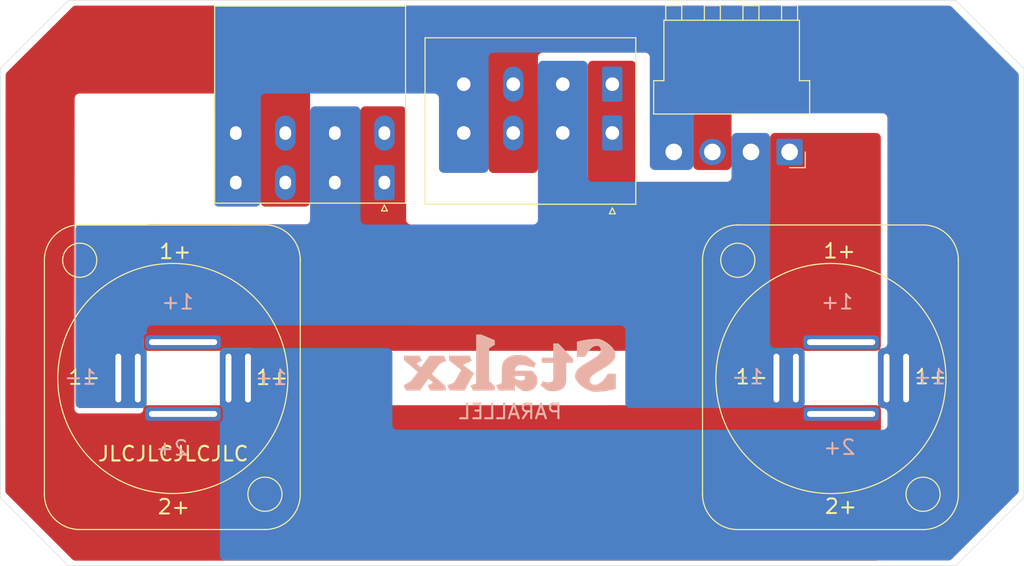
<source format=kicad_pcb>
(kicad_pcb (version 20171130) (host pcbnew 5.1.10-1.fc34)

  (general
    (thickness 1.6)
    (drawings 27)
    (tracks 0)
    (zones 0)
    (modules 6)
    (nets 5)
  )

  (page A4)
  (layers
    (0 F.Cu signal)
    (31 B.Cu signal)
    (32 B.Adhes user)
    (33 F.Adhes user)
    (34 B.Paste user)
    (35 F.Paste user)
    (36 B.SilkS user)
    (37 F.SilkS user)
    (38 B.Mask user)
    (39 F.Mask user)
    (40 Dwgs.User user hide)
    (41 Cmts.User user)
    (42 Eco1.User user)
    (43 Eco2.User user)
    (44 Edge.Cuts user)
    (45 Margin user)
    (46 B.CrtYd user)
    (47 F.CrtYd user)
    (48 B.Fab user)
    (49 F.Fab user)
  )

  (setup
    (last_trace_width 0.25)
    (trace_clearance 0.2)
    (zone_clearance 0.1)
    (zone_45_only no)
    (trace_min 0.2)
    (via_size 0.8)
    (via_drill 0.4)
    (via_min_size 0.4)
    (via_min_drill 0.3)
    (uvia_size 0.3)
    (uvia_drill 0.1)
    (uvias_allowed no)
    (uvia_min_size 0.2)
    (uvia_min_drill 0.1)
    (edge_width 0.05)
    (segment_width 0.2)
    (pcb_text_width 0.3)
    (pcb_text_size 1.5 1.5)
    (mod_edge_width 0.12)
    (mod_text_size 1 1)
    (mod_text_width 0.15)
    (pad_size 2.4 2.4)
    (pad_drill 1.2)
    (pad_to_mask_clearance 0)
    (aux_axis_origin 0 0)
    (visible_elements 7FFFFFFF)
    (pcbplotparams
      (layerselection 0x010fc_ffffffff)
      (usegerberextensions true)
      (usegerberattributes false)
      (usegerberadvancedattributes false)
      (creategerberjobfile false)
      (excludeedgelayer true)
      (linewidth 0.100000)
      (plotframeref false)
      (viasonmask false)
      (mode 1)
      (useauxorigin false)
      (hpglpennumber 1)
      (hpglpenspeed 20)
      (hpglpendiameter 15.000000)
      (psnegative false)
      (psa4output false)
      (plotreference true)
      (plotvalue false)
      (plotinvisibletext false)
      (padsonsilk false)
      (subtractmaskfromsilk true)
      (outputformat 1)
      (mirror false)
      (drillshape 0)
      (scaleselection 1)
      (outputdirectory "LF_gerbers/"))
  )

  (net 0 "")
  (net 1 "Net-(J1-Pad1)")
  (net 2 "Net-(J1-Pad2)")
  (net 3 "Net-(J1-Pad3)")
  (net 4 "Net-(J1-Pad4)")

  (net_class Default "This is the default net class."
    (clearance 0.2)
    (trace_width 0.25)
    (via_dia 0.8)
    (via_drill 0.4)
    (uvia_dia 0.3)
    (uvia_drill 0.1)
    (add_net "Net-(J1-Pad1)")
    (add_net "Net-(J1-Pad2)")
    (add_net "Net-(J1-Pad3)")
    (add_net "Net-(J1-Pad4)")
  )

  (module PassiveFilters:stakx_small_fp (layer B.Cu) (tedit 0) (tstamp 60A9DD82)
    (at 72.38 57.21 180)
    (fp_text reference G*** (at 0 0) (layer Dwgs.User) hide
      (effects (font (size 1.524 1.524) (thickness 0.3)))
    )
    (fp_text value LOGO (at 0.75 0) (layer Dwgs.User) hide
      (effects (font (size 1.524 1.524) (thickness 0.3)))
    )
    (fp_poly (pts (xy -8.687152 2.47545) (xy -8.375268 2.464271) (xy -8.038614 2.434047) (xy -7.691153 2.386815)
      (xy -7.34685 2.324608) (xy -7.019667 2.249462) (xy -6.884678 2.212808) (xy -6.768923 2.179684)
      (xy -6.768923 0.63941) (xy -7.619354 0.63941) (xy -7.692738 0.788238) (xy -7.846922 1.059928)
      (xy -8.028229 1.302067) (xy -8.113947 1.397131) (xy -8.245689 1.525653) (xy -8.366759 1.620488)
      (xy -8.485821 1.687579) (xy -8.597448 1.72887) (xy -8.757321 1.758963) (xy -8.898312 1.752193)
      (xy -9.017325 1.710614) (xy -9.111265 1.636281) (xy -9.177035 1.531249) (xy -9.211542 1.397571)
      (xy -9.216104 1.318283) (xy -9.209823 1.220015) (xy -9.189541 1.127297) (xy -9.152618 1.037619)
      (xy -9.096417 0.94847) (xy -9.018301 0.857341) (xy -8.915631 0.761722) (xy -8.785771 0.659102)
      (xy -8.626083 0.546971) (xy -8.433928 0.422819) (xy -8.20667 0.284136) (xy -8.003645 0.164438)
      (xy -7.753901 0.016628) (xy -7.540172 -0.11511) (xy -7.358667 -0.233688) (xy -7.205598 -0.342014)
      (xy -7.077176 -0.442997) (xy -6.969611 -0.539548) (xy -6.879114 -0.634574) (xy -6.801895 -0.730986)
      (xy -6.761141 -0.78953) (xy -6.677446 -0.929835) (xy -6.623475 -1.058179) (xy -6.594307 -1.189884)
      (xy -6.585039 -1.337828) (xy -6.585839 -1.426584) (xy -6.592395 -1.493812) (xy -6.608629 -1.555291)
      (xy -6.638465 -1.626805) (xy -6.676309 -1.704966) (xy -6.786842 -1.887579) (xy -6.93458 -2.070086)
      (xy -7.112886 -2.247657) (xy -7.315122 -2.415465) (xy -7.534651 -2.568681) (xy -7.764833 -2.702475)
      (xy -7.999032 -2.81202) (xy -8.23061 -2.892486) (xy -8.348496 -2.92138) (xy -8.464223 -2.937961)
      (xy -8.610586 -2.947774) (xy -8.774591 -2.950463) (xy -8.943245 -2.945671) (xy -9.028906 -2.940069)
      (xy -9.320067 -2.912893) (xy -9.612546 -2.878164) (xy -9.896348 -2.837389) (xy -10.161481 -2.792073)
      (xy -10.397951 -2.743723) (xy -10.510945 -2.716695) (xy -10.748698 -2.656171) (xy -10.754492 -1.879301)
      (xy -10.760286 -1.10243) (xy -9.927826 -1.10243) (xy -9.82779 -1.274597) (xy -9.670692 -1.519384)
      (xy -9.504371 -1.730392) (xy -9.330951 -1.906253) (xy -9.152556 -2.045598) (xy -8.971308 -2.14706)
      (xy -8.789332 -2.20927) (xy -8.608751 -2.230859) (xy -8.43169 -2.210459) (xy -8.392054 -2.199793)
      (xy -8.276484 -2.143625) (xy -8.183474 -2.055807) (xy -8.118142 -1.945187) (xy -8.085608 -1.820618)
      (xy -8.090989 -1.690948) (xy -8.092811 -1.682387) (xy -8.117023 -1.598456) (xy -8.152951 -1.523574)
      (xy -8.207281 -1.447572) (xy -8.286699 -1.360282) (xy -8.338671 -1.308479) (xy -8.404863 -1.247297)
      (xy -8.480445 -1.18469) (xy -8.569822 -1.117678) (xy -8.677397 -1.043279) (xy -8.807575 -0.958513)
      (xy -8.964759 -0.860399) (xy -9.153354 -0.745957) (xy -9.293489 -0.662222) (xy -9.513655 -0.529841)
      (xy -9.699674 -0.414548) (xy -9.856418 -0.312887) (xy -9.988761 -0.221404) (xy -10.101575 -0.136641)
      (xy -10.199733 -0.055145) (xy -10.288108 0.026542) (xy -10.343866 0.082678) (xy -10.48353 0.239263)
      (xy -10.586948 0.383973) (xy -10.657463 0.524359) (xy -10.698417 0.667972) (xy -10.713152 0.822364)
      (xy -10.711377 0.913003) (xy -10.698552 1.041001) (xy -10.672353 1.146795) (xy -10.642469 1.221245)
      (xy -10.532685 1.415942) (xy -10.384984 1.609143) (xy -10.205411 1.79593) (xy -10.000013 1.971383)
      (xy -9.774836 2.130582) (xy -9.535928 2.268609) (xy -9.289334 2.380543) (xy -9.161198 2.42644)
      (xy -9.091471 2.447074) (xy -9.024687 2.461171) (xy -8.949934 2.46986) (xy -8.856302 2.474268)
      (xy -8.732878 2.475523) (xy -8.687152 2.47545)) (layer B.SilkS) (width 0.01))
    (fp_poly (pts (xy -4.343576 0.551216) (xy -3.175 0.551216) (xy -3.175 0.022049) (xy -4.343576 0.022049)
      (xy -4.343576 -0.856635) (xy -4.343533 -1.076442) (xy -4.343251 -1.256526) (xy -4.342503 -1.401259)
      (xy -4.341061 -1.515016) (xy -4.338695 -1.60217) (xy -4.335178 -1.667093) (xy -4.330283 -1.714161)
      (xy -4.32378 -1.747746) (xy -4.315441 -1.772222) (xy -4.305039 -1.791962) (xy -4.293892 -1.809045)
      (xy -4.225587 -1.885895) (xy -4.136085 -1.939328) (xy -4.016058 -1.974404) (xy -3.975708 -1.981625)
      (xy -3.792192 -1.99087) (xy -3.589139 -1.963666) (xy -3.421066 -1.917799) (xy -3.346913 -1.895334)
      (xy -3.288865 -1.881322) (xy -3.260335 -1.87876) (xy -3.244619 -1.899938) (xy -3.216634 -1.951142)
      (xy -3.181337 -2.021803) (xy -3.143682 -2.101353) (xy -3.108627 -2.179223) (xy -3.081128 -2.244845)
      (xy -3.06614 -2.287652) (xy -3.064757 -2.295799) (xy -3.081269 -2.313775) (xy -3.127242 -2.354354)
      (xy -3.19733 -2.413065) (xy -3.28619 -2.485434) (xy -3.388475 -2.566991) (xy -3.395428 -2.572477)
      (xy -3.51359 -2.665618) (xy -3.606359 -2.736014) (xy -3.683092 -2.787093) (xy -3.753146 -2.82228)
      (xy -3.825876 -2.845) (xy -3.91064 -2.858681) (xy -4.016794 -2.866749) (xy -4.153695 -2.872629)
      (xy -4.222309 -2.875258) (xy -4.423509 -2.878758) (xy -4.590737 -2.871784) (xy -4.718625 -2.856428)
      (xy -4.952991 -2.803029) (xy -5.151319 -2.725108) (xy -5.315112 -2.621275) (xy -5.445873 -2.490141)
      (xy -5.545106 -2.330317) (xy -5.614316 -2.140414) (xy -5.643666 -2.001718) (xy -5.64874 -1.9481)
      (xy -5.653375 -1.855406) (xy -5.657465 -1.728656) (xy -5.660905 -1.572872) (xy -5.66359 -1.393074)
      (xy -5.665414 -1.194281) (xy -5.666273 -0.981515) (xy -5.666326 -0.920529) (xy -5.666493 0.022049)
      (xy -6.372048 0.022049) (xy -6.372048 0.432226) (xy -4.86878 2.006424) (xy -4.343576 2.006424)
      (xy -4.343576 0.551216)) (layer B.SilkS) (width 0.01))
    (fp_poly (pts (xy -0.486934 0.803824) (xy -0.332493 0.78606) (xy -0.327102 0.785186) (xy -0.050917 0.722837)
      (xy 0.193126 0.632067) (xy 0.404346 0.513385) (xy 0.582058 0.367301) (xy 0.725582 0.194323)
      (xy 0.834232 -0.00504) (xy 0.873892 -0.110243) (xy 0.883933 -0.145009) (xy 0.892326 -0.185643)
      (xy 0.899294 -0.236606) (xy 0.905058 -0.302358) (xy 0.90984 -0.387358) (xy 0.913862 -0.496068)
      (xy 0.917347 -0.632948) (xy 0.920514 -0.802458) (xy 0.923588 -1.009058) (xy 0.925385 -1.145318)
      (xy 0.937066 -2.059127) (xy 1.168577 -2.152829) (xy 1.268268 -2.192963) (xy 1.358555 -2.228924)
      (xy 1.428192 -2.256255) (xy 1.461355 -2.268867) (xy 1.522623 -2.291203) (xy 1.389393 -2.556981)
      (xy 1.256163 -2.822758) (xy 0.435156 -2.816978) (xy -0.38585 -2.811198) (xy -0.389725 -2.55009)
      (xy -0.392101 -2.447369) (xy -0.395689 -2.361749) (xy -0.4 -2.302288) (xy -0.404452 -2.278128)
      (xy -0.424201 -2.287845) (xy -0.473156 -2.321201) (xy -0.546052 -2.374338) (xy -0.637623 -2.443393)
      (xy -0.742606 -2.524507) (xy -0.773894 -2.549016) (xy -0.90644 -2.651889) (xy -1.010918 -2.729721)
      (xy -1.092785 -2.78612) (xy -1.157498 -2.824695) (xy -1.210513 -2.849053) (xy -1.243529 -2.859563)
      (xy -1.385806 -2.881387) (xy -1.560247 -2.88254) (xy -1.760044 -2.86298) (xy -1.761538 -2.862767)
      (xy -1.991935 -2.811192) (xy -2.193339 -2.727137) (xy -2.364606 -2.611712) (xy -2.504593 -2.466027)
      (xy -2.612156 -2.29119) (xy -2.686152 -2.088311) (xy -2.716534 -1.936167) (xy -2.726466 -1.732511)
      (xy -2.696416 -1.5382) (xy -2.684578 -1.506938) (xy -1.447312 -1.506938) (xy -1.431368 -1.605799)
      (xy -1.381234 -1.690417) (xy -1.300761 -1.750562) (xy -1.293691 -1.753765) (xy -1.208142 -1.776057)
      (xy -1.095007 -1.784897) (xy -0.968578 -1.780655) (xy -0.843146 -1.763701) (xy -0.748258 -1.739659)
      (xy -0.647047 -1.703155) (xy -0.552376 -1.663206) (xy -0.472975 -1.624125) (xy -0.417577 -1.590223)
      (xy -0.394911 -1.565814) (xy -0.394808 -1.56508) (xy -0.392959 -1.531778) (xy -0.390567 -1.47128)
      (xy -0.389295 -1.433159) (xy -0.38585 -1.322916) (xy -1.391312 -1.322916) (xy -1.42522 -1.404068)
      (xy -1.447312 -1.506938) (xy -2.684578 -1.506938) (xy -2.625372 -1.350594) (xy -2.51232 -1.167056)
      (xy -2.356249 -0.984949) (xy -2.348274 -0.976821) (xy -2.167657 -0.79375) (xy -0.396875 -0.79375)
      (xy -0.396875 -0.731532) (xy -0.417779 -0.60393) (xy -0.476068 -0.481806) (xy -0.56511 -0.373266)
      (xy -0.678271 -0.286415) (xy -0.807508 -0.229767) (xy -0.947104 -0.204817) (xy -1.119581 -0.201864)
      (xy -1.325983 -0.221038) (xy -1.567358 -0.262471) (xy -1.844751 -0.326294) (xy -2.078566 -0.389361)
      (xy -2.182894 -0.418268) (xy -2.270736 -0.441191) (xy -2.334086 -0.456147) (xy -2.364941 -0.461155)
      (xy -2.366594 -0.460699) (xy -2.378294 -0.43704) (xy -2.402658 -0.383451) (xy -2.435003 -0.310544)
      (xy -2.470647 -0.228931) (xy -2.504905 -0.149224) (xy -2.523689 -0.104718) (xy -2.556641 -0.025852)
      (xy -2.122881 0.323316) (xy -2.000899 0.420627) (xy -1.887074 0.509773) (xy -1.786868 0.586608)
      (xy -1.705739 0.646988) (xy -1.649147 0.686767) (xy -1.625896 0.700674) (xy -1.521195 0.735606)
      (xy -1.381871 0.764801) (xy -1.217095 0.787662) (xy -1.036041 0.803591) (xy -0.847881 0.811993)
      (xy -0.661788 0.812269) (xy -0.486934 0.803824)) (layer B.SilkS) (width 0.01))
    (fp_poly (pts (xy 3.319897 2.927739) (xy 3.560851 2.921441) (xy 3.566456 0.406373) (xy 3.572061 -2.108696)
      (xy 3.842064 -2.192193) (xy 3.945321 -2.224953) (xy 4.033275 -2.254417) (xy 4.097302 -2.277582)
      (xy 4.12878 -2.29145) (xy 4.129988 -2.292372) (xy 4.127407 -2.317204) (xy 4.107618 -2.373279)
      (xy 4.073782 -2.45273) (xy 4.029059 -2.547688) (xy 4.020188 -2.565638) (xy 3.892468 -2.822222)
      (xy 2.783389 -2.822222) (xy 2.526047 -2.822032) (xy 2.30958 -2.821407) (xy 2.130767 -2.820262)
      (xy 1.986387 -2.818514) (xy 1.873219 -2.816079) (xy 1.788043 -2.812872) (xy 1.727637 -2.80881)
      (xy 1.688781 -2.803808) (xy 1.668253 -2.797783) (xy 1.6631 -2.793007) (xy 1.658837 -2.759143)
      (xy 1.656762 -2.692747) (xy 1.657111 -2.60534) (xy 1.65828 -2.55697) (xy 1.664671 -2.350147)
      (xy 2.247159 -1.841059) (xy 2.248959 1.494381) (xy 1.950582 1.686781) (xy 1.652206 1.879181)
      (xy 1.658438 2.110005) (xy 1.664671 2.34083) (xy 2.105643 2.52727) (xy 2.257034 2.591157)
      (xy 2.414702 2.657486) (xy 2.567042 2.721388) (xy 2.702449 2.777995) (xy 2.809321 2.822442)
      (xy 2.812779 2.823873) (xy 3.078942 2.934037) (xy 3.319897 2.927739)) (layer B.SilkS) (width 0.01))
    (fp_poly (pts (xy 6.348286 0.512631) (xy 6.346571 0.275608) (xy 5.721652 -0.219697) (xy 5.557539 -0.350018)
      (xy 5.425023 -0.456008) (xy 5.320958 -0.540495) (xy 5.242198 -0.606303) (xy 5.185598 -0.65626)
      (xy 5.14801 -0.693191) (xy 5.12629 -0.719923) (xy 5.11729 -0.739282) (xy 5.117866 -0.754094)
      (xy 5.120336 -0.759888) (xy 5.136835 -0.789187) (xy 5.172251 -0.850733) (xy 5.223204 -0.938732)
      (xy 5.286312 -1.047388) (xy 5.358192 -1.170907) (xy 5.435464 -1.303493) (xy 5.514744 -1.439351)
      (xy 5.592652 -1.572687) (xy 5.665805 -1.697704) (xy 5.730822 -1.808607) (xy 5.784321 -1.899602)
      (xy 5.82292 -1.964894) (xy 5.843237 -1.998687) (xy 5.843472 -1.999063) (xy 5.873561 -2.021979)
      (xy 5.938893 -2.055866) (xy 6.032905 -2.097673) (xy 6.149033 -2.14435) (xy 6.187573 -2.158985)
      (xy 6.298281 -2.201344) (xy 6.393778 -2.239516) (xy 6.46666 -2.270414) (xy 6.509523 -2.290948)
      (xy 6.517583 -2.296644) (xy 6.512276 -2.322035) (xy 6.489698 -2.378303) (xy 6.453362 -2.457431)
      (xy 6.406782 -2.551404) (xy 6.400821 -2.563005) (xy 6.27283 -2.811198) (xy 5.519795 -2.816997)
      (xy 4.766759 -2.822796) (xy 4.468312 -2.276806) (xy 4.37818 -2.112051) (xy 4.283416 -1.939075)
      (xy 4.189472 -1.767808) (xy 4.101795 -1.60818) (xy 4.025837 -1.470121) (xy 3.981139 -1.389062)
      (xy 3.792412 -1.047309) (xy 3.85302 -0.996939) (xy 3.886143 -0.970525) (xy 3.949113 -0.921335)
      (xy 4.036748 -0.853378) (xy 4.143864 -0.770662) (xy 4.26528 -0.677197) (xy 4.395813 -0.576992)
      (xy 4.405334 -0.569693) (xy 4.89704 -0.192818) (xy 4.680942 -0.089995) (xy 4.559251 -0.032656)
      (xy 4.421086 0.031583) (xy 4.290081 0.091755) (xy 4.247378 0.111145) (xy 4.157733 0.15348)
      (xy 4.084093 0.191659) (xy 4.035243 0.220916) (xy 4.019963 0.234566) (xy 4.025549 0.262888)
      (xy 4.048029 0.321862) (xy 4.083877 0.403055) (xy 4.129567 0.498034) (xy 4.132883 0.504662)
      (xy 4.255751 0.749653) (xy 6.35 0.749653) (xy 6.348286 0.512631)) (layer B.SilkS) (width 0.01))
    (fp_poly (pts (xy 7.617249 0.744432) (xy 8.344904 0.738629) (xy 8.786124 0.149365) (xy 8.891539 0.008994)
      (xy 8.988581 -0.119436) (xy 9.074103 -0.23182) (xy 9.144956 -0.324052) (xy 9.197992 -0.392027)
      (xy 9.230061 -0.431641) (xy 9.238368 -0.440299) (xy 9.257612 -0.426218) (xy 9.302686 -0.387338)
      (xy 9.367388 -0.32917) (xy 9.445519 -0.257222) (xy 9.467958 -0.236293) (xy 9.686523 -0.031886)
      (xy 9.407324 0.097985) (xy 9.306764 0.14524) (xy 9.222293 0.185847) (xy 9.161097 0.216281)
      (xy 9.13036 0.233016) (xy 9.128125 0.234953) (xy 9.137384 0.256212) (xy 9.162695 0.309266)
      (xy 9.200363 0.386484) (xy 9.246693 0.480231) (xy 9.254461 0.495851) (xy 9.380797 0.749653)
      (xy 10.95816 0.749653) (xy 10.95816 0.291545) (xy 10.743186 0.106173) (xy 10.667535 0.040942)
      (xy 10.565577 -0.046968) (xy 10.444405 -0.151443) (xy 10.311112 -0.266366) (xy 10.17279 -0.385623)
      (xy 10.05005 -0.491444) (xy 9.926824 -0.597946) (xy 9.814654 -0.695394) (xy 9.717852 -0.780005)
      (xy 9.640728 -0.847992) (xy 9.587592 -0.89557) (xy 9.562755 -0.918955) (xy 9.561571 -0.920381)
      (xy 9.571732 -0.941576) (xy 9.605636 -0.99279) (xy 9.659874 -1.069301) (xy 9.731034 -1.166383)
      (xy 9.815705 -1.279313) (xy 9.907951 -1.40009) (xy 10.264646 -1.863107) (xy 10.627896 -2.067042)
      (xy 10.742851 -2.131359) (xy 10.844879 -2.188025) (xy 10.927649 -2.233557) (xy 10.984826 -2.264472)
      (xy 11.01008 -2.277286) (xy 11.010239 -2.277342) (xy 11.007909 -2.298134) (xy 10.988304 -2.35077)
      (xy 10.954486 -2.427964) (xy 10.909519 -2.522433) (xy 10.894357 -2.552964) (xy 10.759383 -2.822222)
      (xy 9.328488 -2.822222) (xy 8.896019 -2.215885) (xy 8.793123 -2.072229) (xy 8.698099 -1.940722)
      (xy 8.61401 -1.825518) (xy 8.543921 -1.730766) (xy 8.490897 -1.660618) (xy 8.458001 -1.619225)
      (xy 8.448405 -1.609548) (xy 8.428289 -1.623317) (xy 8.382816 -1.660385) (xy 8.319266 -1.7144)
      (xy 8.244918 -1.779007) (xy 8.167053 -1.847851) (xy 8.09295 -1.914579) (xy 8.029888 -1.972835)
      (xy 8.004971 -1.996609) (xy 7.997037 -2.011128) (xy 8.00623 -2.028224) (xy 8.037654 -2.051251)
      (xy 8.096413 -2.083563) (xy 8.187611 -2.128515) (xy 8.253018 -2.159639) (xy 8.35362 -2.207952)
      (xy 8.43817 -2.250012) (xy 8.499509 -2.282146) (xy 8.530475 -2.300677) (xy 8.532813 -2.303249)
      (xy 8.523527 -2.32617) (xy 8.498146 -2.380696) (xy 8.460382 -2.459034) (xy 8.413947 -2.553392)
      (xy 8.406477 -2.56842) (xy 8.280141 -2.822222) (xy 6.702778 -2.822222) (xy 6.702778 -2.362108)
      (xy 7.094141 -2.023035) (xy 7.230552 -1.904928) (xy 7.379375 -1.776207) (xy 7.529472 -1.646496)
      (xy 7.669704 -1.525422) (xy 7.788934 -1.422607) (xy 7.799785 -1.41326) (xy 8.114065 -1.142558)
      (xy 8.072012 -1.083909) (xy 8.047535 -1.05105) (xy 8.000155 -0.988571) (xy 7.933913 -0.901758)
      (xy 7.85285 -0.795898) (xy 7.761009 -0.676277) (xy 7.668268 -0.555762) (xy 7.306578 -0.086264)
      (xy 6.977117 0.068953) (xy 6.866864 0.121098) (xy 6.771473 0.166598) (xy 6.697699 0.202201)
      (xy 6.652303 0.22465) (xy 6.641004 0.230818) (xy 6.647763 0.251852) (xy 6.670974 0.304678)
      (xy 6.707166 0.381746) (xy 6.752868 0.475509) (xy 6.761972 0.493851) (xy 6.889593 0.750235)
      (xy 7.617249 0.744432)) (layer B.SilkS) (width 0.01))
  )

  (module SpeakON:NL4MP-M3_double_left (layer F.Cu) (tedit 60CB5D2D) (tstamp 60A1853C)
    (at 37.75 55.067)
    (path /60A12A4C)
    (fp_text reference J2 (at -0.14 14.713) (layer Dwgs.User)
      (effects (font (size 1 1) (thickness 0.15)))
    )
    (fp_text value SpeakON_NL4 (at 0 -10.16) (layer Dwgs.User)
      (effects (font (size 1 1) (thickness 0.15)))
    )
    (fp_circle (center -9.6 -8.4) (end -7.85 -8.4) (layer F.SilkS) (width 0.12))
    (fp_circle (center -0.0492 3.727) (end 11.7508 3.727) (layer F.SilkS) (width 0.12))
    (fp_line (start 13.4 19.6) (end 13.4 -12.4) (layer F.CrtYd) (width 0.05))
    (fp_line (start -13.6 -12.4) (end 13.4 -12.4) (layer F.CrtYd) (width 0.05))
    (fp_circle (center -0.0492 3.727) (end 11.7508 3.727) (layer F.Fab) (width 0.1))
    (fp_line (start -13.6 19.6) (end 13.4 19.6) (layer F.CrtYd) (width 0.05))
    (fp_line (start -9.72 19.22) (end 9.52 19.22) (layer F.SilkS) (width 0.12))
    (fp_line (start -13.1 15.6) (end -13.1 -8.4) (layer F.Fab) (width 0.1))
    (fp_line (start 13.02 15.72) (end 13.02 -8.52) (layer F.SilkS) (width 0.12))
    (fp_line (start -13.6 19.6) (end -13.6 -12.4) (layer F.CrtYd) (width 0.05))
    (fp_line (start -9.72 -12.02) (end 9.52 -12.02) (layer F.SilkS) (width 0.12))
    (fp_line (start -9.6 -11.9) (end 9.4 -11.9) (layer F.Fab) (width 0.1))
    (fp_circle (center 9.4 15.6) (end 7.65 15.6) (layer F.Fab) (width 0.1))
    (fp_line (start -13.22 15.72) (end -13.22 -8.52) (layer F.SilkS) (width 0.12))
    (fp_circle (center 9.4 15.6) (end 11.15 15.6) (layer F.SilkS) (width 0.12))
    (fp_circle (center -9.6 -8.4) (end -7.85 -8.4) (layer F.Fab) (width 0.1))
    (fp_line (start 12.9 15.6) (end 12.9 -8.4) (layer F.Fab) (width 0.1))
    (fp_line (start -9.6 19.1) (end 9.4 19.1) (layer F.Fab) (width 0.1))
    (fp_text user J1 (at 0 3.7) (layer Dwgs.User)
      (effects (font (size 1 1) (thickness 0.15)))
    )
    (fp_arc (start 9.4 -8.4) (end 9.52 -12.02) (angle 90) (layer F.SilkS) (width 0.12))
    (fp_arc (start -9.6 15.6) (end -9.72 19.22) (angle 90) (layer F.SilkS) (width 0.12))
    (fp_arc (start 9.4 -8.4) (end 9.4 -11.9) (angle 90) (layer F.Fab) (width 0.1))
    (fp_arc (start -9.6 -8.4) (end -13.22 -8.52) (angle 90) (layer F.SilkS) (width 0.12))
    (fp_arc (start -9.6 15.6) (end -9.6 19.1) (angle 90) (layer F.Fab) (width 0.1))
    (fp_arc (start 9.4 15.6) (end 13.02 15.72) (angle 90) (layer F.SilkS) (width 0.12))
    (fp_arc (start -9.6 -8.4) (end -13.1 -8.4) (angle 90) (layer F.Fab) (width 0.1))
    (fp_arc (start 9.4 15.6) (end 12.9 15.6) (angle 90) (layer F.Fab) (width 0.1))
    (pad 2- thru_hole roundrect (at 5.66 3.68 180) (size 3.4 5.75) (drill oval 0.6 5 (offset -1 0)) (layers *.Cu *.Mask) (roundrect_rratio 0.1)
      (net 4 "Net-(J1-Pad4)"))
    (pad 1- thru_hole roundrect (at -5.64 3.68 180) (size 3.4 5.75) (drill oval 0.6 5 (offset -1 0)) (layers *.Cu *.Mask) (roundrect_rratio 0.1)
      (net 2 "Net-(J1-Pad2)"))
    (pad 1- thru_hole roundrect (at -3.6388 3.683 180) (size 1.4 5.75) (drill oval 0.6 5) (layers *.Cu *.Mask) (roundrect_rratio 0.25)
      (net 2 "Net-(J1-Pad2)"))
    (pad 2- thru_hole roundrect (at 7.66 3.68 180) (size 1.4 5.75) (drill oval 0.6 5) (layers *.Cu *.Mask) (roundrect_rratio 0.25)
      (net 4 "Net-(J1-Pad4)"))
    (pad 1+ thru_hole roundrect (at 1 0 90) (size 1.4 7.75) (drill oval 0.6 7) (layers *.Cu *.Mask) (roundrect_rratio 0.25)
      (net 1 "Net-(J1-Pad1)"))
    (pad 2+ thru_hole roundrect (at 1 7.366 270) (size 1.4 7.75) (drill oval 0.6 7) (layers *.Cu *.Mask) (roundrect_rratio 0.25)
      (net 3 "Net-(J1-Pad3)"))
  )

  (module SpeakON:NL4MP-M3_double_left (layer F.Cu) (tedit 60CB5D2D) (tstamp 60CBC401)
    (at 105.25 55.07)
    (path /60A1999A)
    (fp_text reference J4 (at 0 17.78) (layer Dwgs.User)
      (effects (font (size 1 1) (thickness 0.15)))
    )
    (fp_text value SpeakON_NL4 (at 0 -10.16) (layer Dwgs.User)
      (effects (font (size 1 1) (thickness 0.15)))
    )
    (fp_circle (center -9.6 -8.4) (end -7.85 -8.4) (layer F.SilkS) (width 0.12))
    (fp_circle (center -0.0492 3.727) (end 11.7508 3.727) (layer F.SilkS) (width 0.12))
    (fp_line (start 13.4 19.6) (end 13.4 -12.4) (layer F.CrtYd) (width 0.05))
    (fp_line (start -13.6 -12.4) (end 13.4 -12.4) (layer F.CrtYd) (width 0.05))
    (fp_circle (center -0.0492 3.727) (end 11.7508 3.727) (layer F.Fab) (width 0.1))
    (fp_line (start -13.6 19.6) (end 13.4 19.6) (layer F.CrtYd) (width 0.05))
    (fp_line (start -9.72 19.22) (end 9.52 19.22) (layer F.SilkS) (width 0.12))
    (fp_line (start -13.1 15.6) (end -13.1 -8.4) (layer F.Fab) (width 0.1))
    (fp_line (start 13.02 15.72) (end 13.02 -8.52) (layer F.SilkS) (width 0.12))
    (fp_line (start -13.6 19.6) (end -13.6 -12.4) (layer F.CrtYd) (width 0.05))
    (fp_line (start -9.72 -12.02) (end 9.52 -12.02) (layer F.SilkS) (width 0.12))
    (fp_line (start -9.6 -11.9) (end 9.4 -11.9) (layer F.Fab) (width 0.1))
    (fp_circle (center 9.4 15.6) (end 7.65 15.6) (layer F.Fab) (width 0.1))
    (fp_line (start -13.22 15.72) (end -13.22 -8.52) (layer F.SilkS) (width 0.12))
    (fp_circle (center 9.4 15.6) (end 11.15 15.6) (layer F.SilkS) (width 0.12))
    (fp_circle (center -9.6 -8.4) (end -7.85 -8.4) (layer F.Fab) (width 0.1))
    (fp_line (start 12.9 15.6) (end 12.9 -8.4) (layer F.Fab) (width 0.1))
    (fp_line (start -9.6 19.1) (end 9.4 19.1) (layer F.Fab) (width 0.1))
    (fp_text user J1 (at 0 3.7) (layer Dwgs.User)
      (effects (font (size 1 1) (thickness 0.15)))
    )
    (fp_arc (start 9.4 -8.4) (end 9.52 -12.02) (angle 90) (layer F.SilkS) (width 0.12))
    (fp_arc (start -9.6 15.6) (end -9.72 19.22) (angle 90) (layer F.SilkS) (width 0.12))
    (fp_arc (start 9.4 -8.4) (end 9.4 -11.9) (angle 90) (layer F.Fab) (width 0.1))
    (fp_arc (start -9.6 -8.4) (end -13.22 -8.52) (angle 90) (layer F.SilkS) (width 0.12))
    (fp_arc (start -9.6 15.6) (end -9.6 19.1) (angle 90) (layer F.Fab) (width 0.1))
    (fp_arc (start 9.4 15.6) (end 13.02 15.72) (angle 90) (layer F.SilkS) (width 0.12))
    (fp_arc (start -9.6 -8.4) (end -13.1 -8.4) (angle 90) (layer F.Fab) (width 0.1))
    (fp_arc (start 9.4 15.6) (end 12.9 15.6) (angle 90) (layer F.Fab) (width 0.1))
    (pad 2- thru_hole roundrect (at 5.66 3.68 180) (size 3.4 5.75) (drill oval 0.6 5 (offset -1 0)) (layers *.Cu *.Mask) (roundrect_rratio 0.1)
      (net 4 "Net-(J1-Pad4)"))
    (pad 1- thru_hole roundrect (at -5.64 3.68 180) (size 3.4 5.75) (drill oval 0.6 5 (offset -1 0)) (layers *.Cu *.Mask) (roundrect_rratio 0.1)
      (net 2 "Net-(J1-Pad2)"))
    (pad 1- thru_hole roundrect (at -3.6388 3.683 180) (size 1.4 5.75) (drill oval 0.6 5) (layers *.Cu *.Mask) (roundrect_rratio 0.25)
      (net 2 "Net-(J1-Pad2)"))
    (pad 2- thru_hole roundrect (at 7.66 3.68 180) (size 1.4 5.75) (drill oval 0.6 5) (layers *.Cu *.Mask) (roundrect_rratio 0.25)
      (net 4 "Net-(J1-Pad4)"))
    (pad 1+ thru_hole roundrect (at 1 0 90) (size 1.4 7.75) (drill oval 0.6 7) (layers *.Cu *.Mask) (roundrect_rratio 0.25)
      (net 1 "Net-(J1-Pad1)"))
    (pad 2+ thru_hole roundrect (at 1 7.366 270) (size 1.4 7.75) (drill oval 0.6 7) (layers *.Cu *.Mask) (roundrect_rratio 0.25)
      (net 3 "Net-(J1-Pad3)"))
  )

  (module Connector_JST:JST_VH_B4PS-VH_1x04_P3.96mm_Horizontal (layer F.Cu) (tedit 5B774C02) (tstamp 60D9FAAE)
    (at 100.96 35.56 180)
    (descr "JST VH series connector, B4PS-VH (http://www.jst-mfg.com/product/pdf/eng/eVH.pdf), generated with kicad-footprint-generator")
    (tags "connector JST VH top entry")
    (path /60D74A76)
    (fp_text reference J1 (at 5.94 -2.55) (layer Dwgs.User)
      (effects (font (size 1 1) (thickness 0.15)))
    )
    (fp_text value c1 (at 5.94 16.1) (layer Dwgs.User)
      (effects (font (size 1 1) (thickness 0.15)))
    )
    (fp_line (start -1.61 -1.61) (end -1.61 0) (layer F.SilkS) (width 0.12))
    (fp_line (start 0 -1.61) (end -1.61 -1.61) (layer F.SilkS) (width 0.12))
    (fp_line (start 12.7 15.01) (end 12.7 13.51) (layer F.SilkS) (width 0.12))
    (fp_line (start 11.06 15.01) (end 12.7 15.01) (layer F.SilkS) (width 0.12))
    (fp_line (start 11.06 13.51) (end 11.06 15.01) (layer F.SilkS) (width 0.12))
    (fp_line (start 8.74 15.01) (end 8.74 13.51) (layer F.SilkS) (width 0.12))
    (fp_line (start 7.1 15.01) (end 8.74 15.01) (layer F.SilkS) (width 0.12))
    (fp_line (start 7.1 13.51) (end 7.1 15.01) (layer F.SilkS) (width 0.12))
    (fp_line (start 4.78 15.01) (end 4.78 13.51) (layer F.SilkS) (width 0.12))
    (fp_line (start 3.14 15.01) (end 4.78 15.01) (layer F.SilkS) (width 0.12))
    (fp_line (start 3.14 13.51) (end 3.14 15.01) (layer F.SilkS) (width 0.12))
    (fp_line (start 0.82 15.01) (end 0.82 13.51) (layer F.SilkS) (width 0.12))
    (fp_line (start -0.82 15.01) (end 0.82 15.01) (layer F.SilkS) (width 0.12))
    (fp_line (start -0.82 13.51) (end -0.82 15.01) (layer F.SilkS) (width 0.12))
    (fp_line (start -2.06 7.31) (end -2.06 3.89) (layer F.SilkS) (width 0.12))
    (fp_line (start -1.01 7.31) (end -2.06 7.31) (layer F.SilkS) (width 0.12))
    (fp_line (start -1.01 13.51) (end -1.01 7.31) (layer F.SilkS) (width 0.12))
    (fp_line (start 12.89 13.51) (end -1.01 13.51) (layer F.SilkS) (width 0.12))
    (fp_line (start 12.89 7.31) (end 12.89 13.51) (layer F.SilkS) (width 0.12))
    (fp_line (start 13.94 7.31) (end 12.89 7.31) (layer F.SilkS) (width 0.12))
    (fp_line (start 13.94 3.89) (end 13.94 7.31) (layer F.SilkS) (width 0.12))
    (fp_line (start -2.06 3.89) (end 13.94 3.89) (layer F.SilkS) (width 0.12))
    (fp_line (start 14.33 -1.85) (end -2.45 -1.85) (layer F.CrtYd) (width 0.05))
    (fp_line (start 14.33 15.4) (end 14.33 -1.85) (layer F.CrtYd) (width 0.05))
    (fp_line (start -2.45 15.4) (end 14.33 15.4) (layer F.CrtYd) (width 0.05))
    (fp_line (start -2.45 -1.85) (end -2.45 15.4) (layer F.CrtYd) (width 0.05))
    (fp_line (start 12.58 14.9) (end 12.58 13.4) (layer F.Fab) (width 0.1))
    (fp_line (start 11.18 14.9) (end 12.58 14.9) (layer F.Fab) (width 0.1))
    (fp_line (start 11.18 13.4) (end 11.18 14.9) (layer F.Fab) (width 0.1))
    (fp_line (start 12.58 0) (end 12.58 4) (layer F.Fab) (width 0.1))
    (fp_line (start 11.18 0) (end 12.58 0) (layer F.Fab) (width 0.1))
    (fp_line (start 11.18 4) (end 11.18 0) (layer F.Fab) (width 0.1))
    (fp_line (start 8.62 14.9) (end 8.62 13.4) (layer F.Fab) (width 0.1))
    (fp_line (start 7.22 14.9) (end 8.62 14.9) (layer F.Fab) (width 0.1))
    (fp_line (start 7.22 13.4) (end 7.22 14.9) (layer F.Fab) (width 0.1))
    (fp_line (start 8.62 0) (end 8.62 4) (layer F.Fab) (width 0.1))
    (fp_line (start 7.22 0) (end 8.62 0) (layer F.Fab) (width 0.1))
    (fp_line (start 7.22 4) (end 7.22 0) (layer F.Fab) (width 0.1))
    (fp_line (start 4.66 14.9) (end 4.66 13.4) (layer F.Fab) (width 0.1))
    (fp_line (start 3.26 14.9) (end 4.66 14.9) (layer F.Fab) (width 0.1))
    (fp_line (start 3.26 13.4) (end 3.26 14.9) (layer F.Fab) (width 0.1))
    (fp_line (start 4.66 0) (end 4.66 4) (layer F.Fab) (width 0.1))
    (fp_line (start 3.26 0) (end 4.66 0) (layer F.Fab) (width 0.1))
    (fp_line (start 3.26 4) (end 3.26 0) (layer F.Fab) (width 0.1))
    (fp_line (start 0.7 14.9) (end 0.7 13.4) (layer F.Fab) (width 0.1))
    (fp_line (start -0.7 14.9) (end 0.7 14.9) (layer F.Fab) (width 0.1))
    (fp_line (start -0.7 13.4) (end -0.7 14.9) (layer F.Fab) (width 0.1))
    (fp_line (start 0.7 0) (end 0.7 4) (layer F.Fab) (width 0.1))
    (fp_line (start -0.7 0) (end 0.7 0) (layer F.Fab) (width 0.1))
    (fp_line (start -0.7 4) (end -0.7 0) (layer F.Fab) (width 0.1))
    (fp_line (start 0 4.8) (end 0.8 4) (layer F.Fab) (width 0.1))
    (fp_line (start -0.8 4) (end 0 4.8) (layer F.Fab) (width 0.1))
    (fp_line (start -1.95 4) (end -0.9 4) (layer F.Fab) (width 0.1))
    (fp_line (start -1.95 7.2) (end -1.95 4) (layer F.Fab) (width 0.1))
    (fp_line (start -0.9 7.2) (end -1.95 7.2) (layer F.Fab) (width 0.1))
    (fp_line (start 13.83 7.2) (end 12.78 7.2) (layer F.Fab) (width 0.1))
    (fp_line (start 13.83 4) (end 13.83 7.2) (layer F.Fab) (width 0.1))
    (fp_line (start 12.78 4) (end 13.83 4) (layer F.Fab) (width 0.1))
    (fp_line (start 12.78 4) (end -0.9 4) (layer F.Fab) (width 0.1))
    (fp_line (start 12.78 13.4) (end 12.78 4) (layer F.Fab) (width 0.1))
    (fp_line (start -0.9 13.4) (end 12.78 13.4) (layer F.Fab) (width 0.1))
    (fp_line (start -0.9 4) (end -0.9 13.4) (layer F.Fab) (width 0.1))
    (fp_text user %R (at 5.94 9.45) (layer Dwgs.User)
      (effects (font (size 1 1) (thickness 0.15)))
    )
    (pad 1 thru_hole roundrect (at 0 0 180) (size 2.7 2.7) (drill 1.7) (layers *.Cu *.Mask) (roundrect_rratio 0.09259299999999999)
      (net 1 "Net-(J1-Pad1)"))
    (pad 2 thru_hole circle (at 3.96 0 180) (size 2.7 2.7) (drill 1.7) (layers *.Cu *.Mask)
      (net 2 "Net-(J1-Pad2)"))
    (pad 3 thru_hole circle (at 7.92 0 180) (size 2.7 2.7) (drill 1.7) (layers *.Cu *.Mask)
      (net 3 "Net-(J1-Pad3)"))
    (pad 4 thru_hole circle (at 11.88 0 180) (size 2.7 2.7) (drill 1.7) (layers *.Cu *.Mask)
      (net 4 "Net-(J1-Pad4)"))
    (model ${KISYS3DMOD}/Connector_JST.3dshapes/JST_VH_B4PS-VH_1x04_P3.96mm_Horizontal.wrl
      (at (xyz 0 0 0))
      (scale (xyz 1 1 1))
      (rotate (xyz 0 0 0))
    )
  )

  (module RES:Phoenix_ZFKDSA_2,5_5,08_4 (layer F.Cu) (tedit 5FDA3013) (tstamp 60D9FBAC)
    (at 82.78 28.61 180)
    (path /60D75083)
    (fp_text reference J5 (at 8.36 -13.208) (layer Dwgs.User)
      (effects (font (size 1 1) (thickness 0.15)))
    )
    (fp_text value c3 (at 8.36 5.842) (layer Dwgs.User)
      (effects (font (size 1 1) (thickness 0.15)))
    )
    (fp_line (start 0.95 -2) (end 0 -0.5) (layer F.Fab) (width 0.1))
    (fp_line (start 0 -0.5) (end -0.95 -2) (layer F.Fab) (width 0.1))
    (fp_line (start -2.3 -12.2) (end -2.3 4.65) (layer F.Fab) (width 0.1))
    (fp_line (start 19.21 -12.31) (end -2.41 -12.31) (layer F.SilkS) (width 0.12))
    (fp_line (start 19.6 -12.59) (end -2.8 -12.59) (layer F.CrtYd) (width 0.05))
    (fp_line (start -2.8 -12.59) (end -2.8 5.15) (layer F.CrtYd) (width 0.05))
    (fp_line (start -0.3 -13.2948) (end 0.3 -13.2948) (layer F.SilkS) (width 0.12))
    (fp_line (start 0 -5.5) (end -0.95 -7) (layer F.Fab) (width 0.1))
    (fp_line (start 19.1 4.65) (end 19.1 -12.2) (layer F.Fab) (width 0.1))
    (fp_line (start -2.41 -12.31) (end -2.41 4.76) (layer F.SilkS) (width 0.12))
    (fp_line (start 19.21 4.76) (end 19.21 -12.31) (layer F.SilkS) (width 0.12))
    (fp_line (start 0.3 -13.2948) (end 0 -12.6948) (layer F.SilkS) (width 0.12))
    (fp_line (start -2.41 4.76) (end 19.21 4.76) (layer F.SilkS) (width 0.12))
    (fp_line (start -2.8 5.15) (end 19.6 5.15) (layer F.CrtYd) (width 0.05))
    (fp_line (start 0 -12.6948) (end -0.3 -13.2948) (layer F.SilkS) (width 0.12))
    (fp_line (start 19.1 -12.2) (end -2.3 -12.2) (layer F.Fab) (width 0.1))
    (fp_line (start 0.95 -7) (end 0 -5.5) (layer F.Fab) (width 0.1))
    (fp_line (start -2.3 4.65) (end 19.1 4.65) (layer F.Fab) (width 0.1))
    (fp_line (start 19.6 5.15) (end 19.6 -12.59) (layer F.CrtYd) (width 0.05))
    (pad 3 thru_hole oval (at 10.16 -5 180) (size 2.08 3.6) (drill 1.4) (layers *.Cu *.Mask)
      (net 3 "Net-(J1-Pad3)"))
    (pad 4 thru_hole oval (at 15.24 -5 180) (size 2.08 3.6) (drill 1.4) (layers *.Cu *.Mask)
      (net 4 "Net-(J1-Pad4)"))
    (pad 2 thru_hole oval (at 5.08 -5 180) (size 2.08 3.6) (drill 1.4) (layers *.Cu *.Mask)
      (net 2 "Net-(J1-Pad2)"))
    (pad 1 thru_hole roundrect (at 0 -5 180) (size 2.08 3.6) (drill 1.4) (layers *.Cu *.Mask) (roundrect_rratio 0.120192)
      (net 1 "Net-(J1-Pad1)"))
    (pad 1 thru_hole roundrect (at 0 0 180) (size 2.08 3.6) (drill 1.4) (layers *.Cu *.Mask) (roundrect_rratio 0.120192)
      (net 1 "Net-(J1-Pad1)"))
    (pad 4 thru_hole oval (at 15.24 0 180) (size 2.08 3.6) (drill 1.4) (layers *.Cu *.Mask)
      (net 4 "Net-(J1-Pad4)"))
    (pad 2 thru_hole oval (at 5.08 0 180) (size 2.08 3.6) (drill 1.4) (layers *.Cu *.Mask)
      (net 2 "Net-(J1-Pad2)"))
    (pad 3 thru_hole oval (at 10.16 0 180) (size 2.08 3.6) (drill 1.4) (layers *.Cu *.Mask)
      (net 3 "Net-(J1-Pad3)"))
  )

  (module RES:Faston_01x04_P5.08mm_D5.08mm (layer F.Cu) (tedit 60D99579) (tstamp 60D9FB56)
    (at 59.4 38.7 180)
    (path /60D64EBB)
    (fp_text reference J3 (at 8.1 -3.2) (layer Dwgs.User)
      (effects (font (size 1 1) (thickness 0.15)))
    )
    (fp_text value c2 (at 7.6 19.4) (layer Dwgs.User)
      (effects (font (size 1 1) (thickness 0.15)))
    )
    (fp_line (start -2.17 -2.11) (end -2.17 18.11) (layer F.SilkS) (width 0.12))
    (fp_line (start 17.41 -2.11) (end -2.17 -2.11) (layer F.SilkS) (width 0.12))
    (fp_line (start -2.06 -2) (end -2.06 18) (layer F.Fab) (width 0.1))
    (fp_line (start -2.17 18.11) (end 17.41 18.11) (layer F.SilkS) (width 0.12))
    (fp_line (start -2.56 18.5) (end 17.8 18.5) (layer F.CrtYd) (width 0.05))
    (fp_line (start 0.95 -2) (end 0 -0.5) (layer F.Fab) (width 0.1))
    (fp_line (start 17.8 18.5) (end 17.8 -2.5) (layer F.CrtYd) (width 0.05))
    (fp_line (start 17.3 -2) (end -2.06 -2) (layer F.Fab) (width 0.1))
    (fp_line (start 0 -2.31) (end -0.3 -2.91) (layer F.SilkS) (width 0.12))
    (fp_line (start -2.06 18) (end 17.3 18) (layer F.Fab) (width 0.1))
    (fp_line (start 17.8 -2.5) (end -2.56 -2.5) (layer F.CrtYd) (width 0.05))
    (fp_line (start -0.3 -2.91) (end 0.3 -2.91) (layer F.SilkS) (width 0.12))
    (fp_line (start 0 -0.5) (end -0.95 -2) (layer F.Fab) (width 0.1))
    (fp_line (start -2.56 -2.5) (end -2.56 18.5) (layer F.CrtYd) (width 0.05))
    (fp_line (start 17.3 18) (end 17.3 -2) (layer F.Fab) (width 0.1))
    (fp_line (start 17.41 18.11) (end 17.41 -2.11) (layer F.SilkS) (width 0.12))
    (fp_line (start 0.3 -2.91) (end 0 -2.31) (layer F.SilkS) (width 0.12))
    (pad 3 thru_hole oval (at 10.16 5.08 180) (size 2.1 3.6) (drill oval 1.2 1.4) (layers *.Cu *.Mask)
      (net 3 "Net-(J1-Pad3)"))
    (pad 4 thru_hole oval (at 15.24 5.08 180) (size 2.1 3.6) (drill oval 1.2 1.4) (layers *.Cu *.Mask)
      (net 4 "Net-(J1-Pad4)"))
    (pad 4 thru_hole oval (at 15.24 0 180) (size 2.1 3.6) (drill oval 1.2 1.4) (layers *.Cu *.Mask)
      (net 4 "Net-(J1-Pad4)"))
    (pad 1 thru_hole roundrect (at 0 0 180) (size 2.1 3.6) (drill oval 1.2 1.4) (layers *.Cu *.Mask) (roundrect_rratio 0.119)
      (net 1 "Net-(J1-Pad1)"))
    (pad 2 thru_hole oval (at 5.08 5.08 180) (size 2.1 3.6) (drill oval 1.2 1.4) (layers *.Cu *.Mask)
      (net 2 "Net-(J1-Pad2)"))
    (pad 1 thru_hole oval (at 0 5.08 180) (size 2.1 3.6) (drill oval 1.2 1.4) (layers *.Cu *.Mask)
      (net 1 "Net-(J1-Pad1)"))
    (pad 2 thru_hole oval (at 5.08 0 180) (size 2.1 3.6) (drill oval 1.2 1.4) (layers *.Cu *.Mask)
      (net 2 "Net-(J1-Pad2)"))
    (pad 3 thru_hole oval (at 10.16 0 180) (size 2.1 3.6) (drill oval 1.2 1.4) (layers *.Cu *.Mask)
      (net 3 "Net-(J1-Pad3)"))
  )

  (gr_text PARALLEL (at 72.32 62.19) (layer B.SilkS)
    (effects (font (size 1.5 1.5) (thickness 0.22)) (justify mirror))
  )
  (gr_text 2+ (at 106.22 71.91) (layer F.SilkS) (tstamp 60CBB1CC)
    (effects (font (size 1.5 1.5) (thickness 0.2)))
  )
  (gr_text 2+ (at 106.07 65.85) (layer B.SilkS) (tstamp 60CBB1CE)
    (effects (font (size 1.5 1.5) (thickness 0.2)) (justify mirror))
  )
  (gr_text 1- (at 96.65 58.62) (layer B.SilkS) (tstamp 60CBB1D0)
    (effects (font (size 1.5 1.5) (thickness 0.2)) (justify mirror))
  )
  (gr_text 1- (at 97.09 58.63) (layer F.SilkS) (tstamp 60CBB1CD)
    (effects (font (size 1.5 1.5) (thickness 0.2)))
  )
  (gr_circle (center 71.33 55.91) (end 82.33 55.91) (layer Dwgs.User) (width 0.12) (tstamp 60CBEEA4))
  (gr_text 1+ (at 37.96 45.77) (layer F.SilkS) (tstamp 60CBB1D2)
    (effects (font (size 1.5 1.5) (thickness 0.2)))
  )
  (gr_text 1+ (at 47.78 58.69) (layer B.SilkS) (tstamp 60CBB1D1)
    (effects (font (size 1.5 1.5) (thickness 0.2)) (justify mirror))
  )
  (gr_text 1- (at 28.22 58.66) (layer B.SilkS) (tstamp 60CBB1D0)
    (effects (font (size 1.5 1.5) (thickness 0.2)) (justify mirror))
  )
  (gr_text 1+ (at 38.19 50.95) (layer B.SilkS) (tstamp 60CBB1CF)
    (effects (font (size 1.5 1.5) (thickness 0.2)) (justify mirror))
  )
  (gr_text 2+ (at 37.6 65.93) (layer B.SilkS) (tstamp 60CBB1CE)
    (effects (font (size 1.5 1.5) (thickness 0.2)) (justify mirror))
  )
  (gr_text 1- (at 28.63 58.66) (layer F.SilkS) (tstamp 60CBB1CD)
    (effects (font (size 1.5 1.5) (thickness 0.2)))
  )
  (gr_text 2+ (at 37.8 71.96) (layer F.SilkS) (tstamp 60CBB1CC)
    (effects (font (size 1.5 1.5) (thickness 0.2)))
  )
  (gr_text 1+ (at 47.9 58.69) (layer F.SilkS) (tstamp 60CBB1CB)
    (effects (font (size 1.5 1.5) (thickness 0.2)))
  )
  (gr_text 1+ (at 106.09 45.71) (layer F.SilkS) (tstamp 60CBB1D2)
    (effects (font (size 1.5 1.5) (thickness 0.2)))
  )
  (gr_text 1+ (at 115.32 58.62) (layer B.SilkS) (tstamp 60CBB1D1)
    (effects (font (size 1.5 1.5) (thickness 0.2)) (justify mirror))
  )
  (gr_text 1+ (at 105.83 50.94) (layer B.SilkS) (tstamp 60CBB1CF)
    (effects (font (size 1.5 1.5) (thickness 0.2)) (justify mirror))
  )
  (gr_text 1+ (at 115.46 58.61) (layer F.SilkS) (tstamp 60CBB1CB)
    (effects (font (size 1.5 1.5) (thickness 0.2)))
  )
  (gr_text JLCJLCJLCJLC (at 37.74 66.52) (layer F.SilkS) (tstamp 60A96471)
    (effects (font (size 1.5 1.5) (thickness 0.22)))
  )
  (gr_line (start 118 78) (end 125 71) (layer Edge.Cuts) (width 0.05) (tstamp 60A18763))
  (gr_line (start 27 78) (end 20 71) (layer Edge.Cuts) (width 0.05) (tstamp 60A18762))
  (gr_line (start 20 27) (end 27 20) (layer Edge.Cuts) (width 0.05) (tstamp 60A1832F))
  (gr_line (start 20 27) (end 20 71) (layer Edge.Cuts) (width 0.05))
  (gr_line (start 118 78) (end 27 78) (layer Edge.Cuts) (width 0.05))
  (gr_line (start 125 27) (end 125 71) (layer Edge.Cuts) (width 0.05))
  (gr_line (start 118 20) (end 125 27) (layer Edge.Cuts) (width 0.05))
  (gr_line (start 27 20) (end 118 20) (layer Edge.Cuts) (width 0.05))

  (zone (net 4) (net_name "Net-(J1-Pad4)") (layer B.Cu) (tstamp 60CBD9CF) (hatch edge 0.508)
    (connect_pads yes (clearance 0.1))
    (min_thickness 0.254)
    (fill yes (arc_segments 32) (thermal_gap 0.508) (thermal_bridge_width 0.508) (smoothing fillet) (radius 0.5))
    (polygon
      (pts
        (xy 60.22 64.06) (xy 111 64.06) (xy 111 61.84) (xy 110.02 61.84) (xy 110.02 55.68)
        (xy 110.993551 55.669999) (xy 110.995 31.6) (xy 91.085 31.6) (xy 91.07 37.41) (xy 86.625 37.41)
        (xy 86.62 25.37) (xy 70.08 25.37) (xy 70.08 37.71) (xy 65 37.71) (xy 65 29.57)
        (xy 46.700182 29.57) (xy 46.699819 41.17) (xy 41.920364 41.17) (xy 41.919274 20.55) (xy 117.47 20.55)
        (xy 124.47 27.53) (xy 124.47 70.47) (xy 117.46 77.46) (xy 42.52 77.46) (xy 42.52 55.68)
        (xy 60.22 55.68)
      )
    )
    (filled_polygon
      (pts
        (xy 117.359397 20.690717) (xy 117.448957 20.727739) (xy 117.53257 20.79174) (xy 124.227466 27.467508) (xy 124.291898 27.55127)
        (xy 124.329181 27.641099) (xy 124.343 27.745869) (xy 124.343 70.254132) (xy 124.329181 70.358901) (xy 124.291896 70.448733)
        (xy 124.22747 70.532489) (xy 117.522565 77.218263) (xy 117.438961 77.282258) (xy 117.349395 77.319282) (xy 117.245006 77.333)
        (xy 43.028328 77.333) (xy 42.923743 77.319231) (xy 42.834045 77.282077) (xy 42.757024 77.222976) (xy 42.697923 77.145955)
        (xy 42.660769 77.056257) (xy 42.647 76.951672) (xy 42.647 63.349893) (xy 42.652 63.34722) (xy 42.75483 63.26283)
        (xy 42.83922 63.16) (xy 42.901928 63.042682) (xy 42.940543 62.915385) (xy 42.953582 62.783) (xy 42.953582 62.083)
        (xy 42.940543 61.950615) (xy 42.901928 61.823318) (xy 42.83922 61.706) (xy 42.75483 61.60317) (xy 42.652 61.51878)
        (xy 42.647 61.516107) (xy 42.647 56.188328) (xy 42.660769 56.083743) (xy 42.697923 55.994045) (xy 42.757024 55.917024)
        (xy 42.834045 55.857923) (xy 42.923743 55.820769) (xy 43.028328 55.807) (xy 59.711672 55.807) (xy 59.816257 55.820769)
        (xy 59.905955 55.857923) (xy 59.982976 55.917024) (xy 60.042077 55.994045) (xy 60.079231 56.083743) (xy 60.093 56.188328)
        (xy 60.093 63.56) (xy 60.094086 63.576577) (xy 60.111123 63.705987) (xy 60.119704 63.738011) (xy 60.169654 63.858601)
        (xy 60.186232 63.887313) (xy 60.265692 63.990866) (xy 60.289134 64.014308) (xy 60.392687 64.093768) (xy 60.421399 64.110346)
        (xy 60.541989 64.160296) (xy 60.574013 64.168877) (xy 60.703423 64.185914) (xy 60.72 64.187) (xy 110.5 64.187)
        (xy 110.516577 64.185914) (xy 110.645987 64.168877) (xy 110.678011 64.160296) (xy 110.798601 64.110346) (xy 110.827313 64.093768)
        (xy 110.930866 64.014308) (xy 110.954308 63.990866) (xy 111.033768 63.887313) (xy 111.050346 63.858601) (xy 111.100296 63.738011)
        (xy 111.108877 63.705987) (xy 111.125914 63.576577) (xy 111.127 63.56) (xy 111.127 62.33) (xy 111.125436 62.310133)
        (xy 111.101454 62.158715) (xy 111.095168 62.134625) (xy 111.089176 62.120925) (xy 111.019576 61.984328) (xy 111.006153 61.96336)
        (xy 110.996221 61.952182) (xy 110.887818 61.843779) (xy 110.868572 61.827985) (xy 110.855672 61.820424) (xy 110.719075 61.750824)
        (xy 110.695891 61.74175) (xy 110.681285 61.738546) (xy 110.398318 61.693729) (xy 110.297566 61.642393) (xy 110.217607 61.562434)
        (xy 110.166271 61.461682) (xy 110.147 61.340008) (xy 110.147 56.176733) (xy 110.166113 56.055255) (xy 110.217066 55.954487)
        (xy 110.296498 55.874235) (xy 110.396738 55.822249) (xy 110.527801 55.800247) (xy 110.678574 55.774936) (xy 110.702605 55.768428)
        (xy 110.716016 55.762431) (xy 110.851734 55.692049) (xy 110.872605 55.678476) (xy 110.883527 55.66865) (xy 110.991078 55.559995)
        (xy 111.006774 55.540669) (xy 111.014151 55.527965) (xy 111.083144 55.391535) (xy 111.092147 55.368323) (xy 111.095267 55.353967)
        (xy 111.119036 55.202943) (xy 111.12058 55.183206) (xy 111.12197 32.100038) (xy 111.120884 32.08346) (xy 111.103853 31.954045)
        (xy 111.095274 31.92202) (xy 111.045328 31.801422) (xy 111.028751 31.772708) (xy 110.949292 31.669148) (xy 110.925849 31.645703)
        (xy 110.822294 31.566238) (xy 110.793581 31.54966) (xy 110.672986 31.499706) (xy 110.640961 31.491125) (xy 110.511547 31.474087)
        (xy 110.49497 31.473) (xy 91.583711 31.473) (xy 91.567162 31.474083) (xy 91.43796 31.491064) (xy 91.405984 31.499617)
        (xy 91.285559 31.549408) (xy 91.25688 31.565933) (xy 91.15341 31.645152) (xy 91.129975 31.668526) (xy 91.05049 31.77179)
        (xy 91.033891 31.800427) (xy 90.983789 31.920724) (xy 90.975153 31.952677) (xy 90.957838 32.081834) (xy 90.956712 32.098381)
        (xy 90.944309 36.902655) (xy 90.930317 37.007031) (xy 90.893051 37.096506) (xy 90.833927 37.173318) (xy 90.756965 37.232242)
        (xy 90.667391 37.269277) (xy 90.56298 37.283) (xy 87.133113 37.283) (xy 87.028563 37.26924) (xy 86.938885 37.232104)
        (xy 86.861869 37.173029) (xy 86.802765 37.096042) (xy 86.765593 37.006381) (xy 86.751789 36.901835) (xy 86.747208 25.869739)
        (xy 86.746115 25.853167) (xy 86.729033 25.723798) (xy 86.720443 25.691785) (xy 86.670468 25.571242) (xy 86.653888 25.542543)
        (xy 86.574425 25.439036) (xy 86.550983 25.415603) (xy 86.447443 25.336183) (xy 86.418737 25.319615) (xy 86.298173 25.26969)
        (xy 86.266156 25.261114) (xy 86.13678 25.244086) (xy 86.120208 25.243) (xy 70.58 25.243) (xy 70.563423 25.244086)
        (xy 70.434013 25.261123) (xy 70.401989 25.269704) (xy 70.281399 25.319654) (xy 70.252687 25.336232) (xy 70.149134 25.415692)
        (xy 70.125692 25.439134) (xy 70.046232 25.542687) (xy 70.029654 25.571399) (xy 69.979704 25.691989) (xy 69.971123 25.724013)
        (xy 69.954086 25.853423) (xy 69.953 25.87) (xy 69.953 37.201672) (xy 69.939231 37.306257) (xy 69.902077 37.395955)
        (xy 69.842976 37.472976) (xy 69.765955 37.532077) (xy 69.676257 37.569231) (xy 69.571672 37.583) (xy 65.508328 37.583)
        (xy 65.403743 37.569231) (xy 65.314045 37.532077) (xy 65.237024 37.472976) (xy 65.177923 37.395955) (xy 65.140769 37.306257)
        (xy 65.127 37.201672) (xy 65.127 30.07) (xy 65.125914 30.053423) (xy 65.108877 29.924013) (xy 65.100296 29.891989)
        (xy 65.050346 29.771399) (xy 65.033768 29.742687) (xy 64.954308 29.639134) (xy 64.930866 29.615692) (xy 64.827313 29.536232)
        (xy 64.798601 29.519654) (xy 64.678011 29.469704) (xy 64.645987 29.461123) (xy 64.516577 29.444086) (xy 64.5 29.443)
        (xy 47.200166 29.443) (xy 47.18359 29.444086) (xy 47.054183 29.461122) (xy 47.022158 29.469703) (xy 46.90157 29.519652)
        (xy 46.87286 29.536228) (xy 46.769307 29.615684) (xy 46.745863 29.639127) (xy 46.666404 29.742677) (xy 46.649827 29.771388)
        (xy 46.599875 29.891975) (xy 46.591294 29.923997) (xy 46.574253 30.053403) (xy 46.573166 30.06998) (xy 46.572835 40.661687)
        (xy 46.559064 40.766264) (xy 46.521909 40.855959) (xy 46.462806 40.932981) (xy 46.385785 40.992079) (xy 46.296089 41.029232)
        (xy 46.191508 41.043) (xy 42.428665 41.043) (xy 42.324082 41.029232) (xy 42.234395 40.992084) (xy 42.157369 40.932983)
        (xy 42.098264 40.85596) (xy 42.06111 40.766274) (xy 42.047338 40.661695) (xy 42.0463 21.058342) (xy 42.060064 20.953762)
        (xy 42.097216 20.864058) (xy 42.156318 20.787031) (xy 42.233342 20.727926) (xy 42.323044 20.690768) (xy 42.427621 20.677)
        (xy 117.255008 20.677)
      )
    )
  )
  (zone (net 2) (net_name "Net-(J1-Pad2)") (layer B.Cu) (tstamp 60CBD9CC) (hatch edge 0.508)
    (connect_pads yes (clearance 0.1))
    (min_thickness 0.254)
    (fill yes (arc_segments 32) (thermal_gap 0.508) (thermal_bridge_width 0.508) (smoothing fillet) (radius 0.5))
    (polygon
      (pts
        (xy 98.96 55.67) (xy 102.51 55.68) (xy 102.51 61.825) (xy 84.11 61.830625) (xy 84.11 53.369375)
        (xy 35.03 53.34625) (xy 35.02 61.83125) (xy 27.71 61.82875) (xy 27.71 43) (xy 51.78 43)
        (xy 51.78 30.88) (xy 56.95 30.88) (xy 56.95 43) (xy 75.15 43) (xy 75.15 26.21)
        (xy 80.255 26.21) (xy 80.255 38.62) (xy 95.005 38.62) (xy 95.015 33.61) (xy 98.965 33.61)
        (xy 98.96 43)
      )
    )
    (filled_polygon
      (pts
        (xy 79.851257 26.350769) (xy 79.940955 26.387923) (xy 80.017976 26.447024) (xy 80.077077 26.524045) (xy 80.114231 26.613743)
        (xy 80.128 26.718328) (xy 80.128 38.12) (xy 80.129086 38.136577) (xy 80.146123 38.265987) (xy 80.154704 38.298011)
        (xy 80.204654 38.418601) (xy 80.221232 38.447313) (xy 80.300692 38.550866) (xy 80.324134 38.574308) (xy 80.427687 38.653768)
        (xy 80.456399 38.670346) (xy 80.576989 38.720296) (xy 80.609013 38.728877) (xy 80.738423 38.745914) (xy 80.755 38.747)
        (xy 94.505997 38.747) (xy 94.522553 38.745916) (xy 94.651802 38.728922) (xy 94.683788 38.720363) (xy 94.804251 38.670536)
        (xy 94.832938 38.653999) (xy 94.936426 38.574726) (xy 94.959862 38.551336) (xy 95.039342 38.448006) (xy 95.055937 38.419352)
        (xy 95.106004 38.298989) (xy 95.114627 38.26702) (xy 95.131879 38.137805) (xy 95.132996 38.121251) (xy 95.140987 34.117567)
        (xy 95.154929 34.013146) (xy 95.19217 33.923616) (xy 95.251286 33.846761) (xy 95.328264 33.787795) (xy 95.417866 33.750733)
        (xy 95.522315 33.737) (xy 98.456405 33.737) (xy 98.561024 33.750778) (xy 98.650741 33.787954) (xy 98.72778 33.847096)
        (xy 98.786877 33.924163) (xy 98.824007 34.013902) (xy 98.83773 34.118529) (xy 98.833 42.999799) (xy 98.833 55.171406)
        (xy 98.834083 55.187953) (xy 98.851059 55.317136) (xy 98.859609 55.349108) (xy 98.909386 55.469519) (xy 98.925906 55.498194)
        (xy 99.005102 55.601656) (xy 99.028471 55.625091) (xy 99.131709 55.704578) (xy 99.160339 55.721179) (xy 99.280609 55.771294)
        (xy 99.312555 55.779934) (xy 99.44169 55.797274) (xy 99.458234 55.798403) (xy 102.00274 55.805572) (xy 102.107099 55.819585)
        (xy 102.196559 55.856861) (xy 102.232817 55.884777) (xy 102.24517 55.89983) (xy 102.2877 55.934733) (xy 102.332255 55.992941)
        (xy 102.369282 56.082509) (xy 102.383 56.1869) (xy 102.383 61.316831) (xy 102.369237 61.421392) (xy 102.332098 61.511073)
        (xy 102.282899 61.575207) (xy 102.24517 61.60617) (xy 102.237865 61.615071) (xy 102.196019 61.647193) (xy 102.106346 61.684361)
        (xy 102.001791 61.698156) (xy 84.618438 61.703469) (xy 84.513836 61.689728) (xy 84.424116 61.652589) (xy 84.347063 61.593486)
        (xy 84.287942 61.516458) (xy 84.250774 61.426745) (xy 84.237 61.322147) (xy 84.237 53.869139) (xy 84.235914 53.852567)
        (xy 84.218887 53.723196) (xy 84.210312 53.691181) (xy 84.160391 53.57062) (xy 84.143823 53.541914) (xy 84.064408 53.438376)
        (xy 84.040977 53.414934) (xy 83.937476 53.33547) (xy 83.908778 53.318889) (xy 83.788241 53.268911) (xy 83.756229 53.260321)
        (xy 83.626866 53.243234) (xy 83.610296 53.24214) (xy 35.529706 53.219485) (xy 35.513136 53.220563) (xy 35.383776 53.237524)
        (xy 35.351761 53.246082) (xy 35.231192 53.295932) (xy 35.202482 53.312481) (xy 35.098914 53.391825) (xy 35.075461 53.415238)
        (xy 34.995946 53.518675) (xy 34.97935 53.547359) (xy 34.929301 53.667846) (xy 34.92069 53.699846) (xy 34.903516 53.829178)
        (xy 34.902411 53.845746) (xy 34.902083 54.123872) (xy 34.848 54.15278) (xy 34.74517 54.23717) (xy 34.66078 54.34)
        (xy 34.598072 54.457318) (xy 34.559457 54.584615) (xy 34.546418 54.717) (xy 34.546418 55.417) (xy 34.559457 55.549385)
        (xy 34.598072 55.676682) (xy 34.66078 55.794) (xy 34.74517 55.89683) (xy 34.848 55.98122) (xy 34.899862 56.008941)
        (xy 34.893599 61.323199) (xy 34.879722 61.427708) (xy 34.842502 61.51732) (xy 34.830068 61.533496) (xy 34.74517 61.60317)
        (xy 34.702875 61.654707) (xy 34.616669 61.690359) (xy 34.512144 61.704076) (xy 28.218192 61.701924) (xy 28.113641 61.688126)
        (xy 28.023975 61.650959) (xy 27.946979 61.591853) (xy 27.887901 61.514838) (xy 27.850763 61.425156) (xy 27.837 61.320598)
        (xy 27.837 43.508328) (xy 27.850769 43.403743) (xy 27.887923 43.314045) (xy 27.947024 43.237024) (xy 28.024045 43.177923)
        (xy 28.113743 43.140769) (xy 28.218328 43.127) (xy 51.28 43.127) (xy 51.296577 43.125914) (xy 51.425987 43.108877)
        (xy 51.458011 43.100296) (xy 51.578601 43.050346) (xy 51.607313 43.033768) (xy 51.710866 42.954308) (xy 51.734308 42.930866)
        (xy 51.813768 42.827313) (xy 51.830346 42.798601) (xy 51.880296 42.678011) (xy 51.888877 42.645987) (xy 51.905914 42.516577)
        (xy 51.907 42.5) (xy 51.907 31.388328) (xy 51.920769 31.283743) (xy 51.957923 31.194045) (xy 52.017024 31.117024)
        (xy 52.094045 31.057923) (xy 52.183743 31.020769) (xy 52.288328 31.007) (xy 56.441672 31.007) (xy 56.546257 31.020769)
        (xy 56.635955 31.057923) (xy 56.712976 31.117024) (xy 56.772077 31.194045) (xy 56.809231 31.283743) (xy 56.823 31.388328)
        (xy 56.823 42.5) (xy 56.824086 42.516577) (xy 56.841123 42.645987) (xy 56.849704 42.678011) (xy 56.899654 42.798601)
        (xy 56.916232 42.827313) (xy 56.995692 42.930866) (xy 57.019134 42.954308) (xy 57.122687 43.033768) (xy 57.151399 43.050346)
        (xy 57.271989 43.100296) (xy 57.304013 43.108877) (xy 57.433423 43.125914) (xy 57.45 43.127) (xy 74.65 43.127)
        (xy 74.666577 43.125914) (xy 74.795987 43.108877) (xy 74.828011 43.100296) (xy 74.948601 43.050346) (xy 74.977313 43.033768)
        (xy 75.080866 42.954308) (xy 75.104308 42.930866) (xy 75.183768 42.827313) (xy 75.200346 42.798601) (xy 75.250296 42.678011)
        (xy 75.258877 42.645987) (xy 75.275914 42.516577) (xy 75.277 42.5) (xy 75.277 26.718328) (xy 75.290769 26.613743)
        (xy 75.327923 26.524045) (xy 75.387024 26.447024) (xy 75.464045 26.387923) (xy 75.553743 26.350769) (xy 75.658328 26.337)
        (xy 79.746672 26.337)
      )
    )
  )
  (zone (net 1) (net_name "Net-(J1-Pad1)") (layer F.Cu) (tstamp 60CBD9C0) (hatch edge 0.508)
    (connect_pads yes (clearance 0.1))
    (min_thickness 0.254)
    (fill yes (arc_segments 32) (thermal_gap 0.508) (thermal_bridge_width 0.508) (smoothing fillet) (radius 0.5))
    (polygon
      (pts
        (xy 110.32 55.96) (xy 34.68 55.96) (xy 34.68 42.975) (xy 56.95 42.985) (xy 56.94 30.88)
        (xy 61.63 30.88) (xy 61.63 43) (xy 80.26 43) (xy 80.2575 26.21) (xy 85.2425 26.21)
        (xy 85.24 43) (xy 98.96 43) (xy 98.965 33.61) (xy 110.315 33.61) (xy 110.32 50.8)
      )
    )
    (filled_polygon
      (pts
        (xy 84.838687 26.35077) (xy 84.928395 26.387932) (xy 85.005422 26.447045) (xy 85.064522 26.524079) (xy 85.101669 26.613788)
        (xy 85.115425 26.718382) (xy 85.113074 42.499907) (xy 85.114158 42.516486) (xy 85.131179 42.64591) (xy 85.139757 42.677938)
        (xy 85.189699 42.798545) (xy 85.206275 42.827261) (xy 85.285733 42.930831) (xy 85.309176 42.954278) (xy 85.412734 43.033751)
        (xy 85.441447 43.050331) (xy 85.562047 43.100291) (xy 85.594075 43.108873) (xy 85.723496 43.125913) (xy 85.740074 43.127)
        (xy 98.460266 43.127) (xy 98.476838 43.125914) (xy 98.606205 43.108888) (xy 98.638218 43.100313) (xy 98.758774 43.050396)
        (xy 98.787479 43.03383) (xy 98.891015 42.954421) (xy 98.914457 42.930992) (xy 98.993922 42.827498) (xy 99.010503 42.798802)
        (xy 99.060485 42.678272) (xy 99.069077 42.646262) (xy 99.086171 42.516904) (xy 99.087266 42.500334) (xy 99.09173 34.118119)
        (xy 99.105543 34.013585) (xy 99.14272 33.923934) (xy 99.201829 33.846952) (xy 99.278839 33.787888) (xy 99.368509 33.750759)
        (xy 99.473054 33.737) (xy 109.806822 33.737) (xy 109.911386 33.750764) (xy 110.001067 33.787903) (xy 110.078084 33.846985)
        (xy 110.137188 33.923984) (xy 110.174354 34.013656) (xy 110.188147 34.118213) (xy 110.193 50.799927) (xy 110.193 55.451672)
        (xy 110.179231 55.556257) (xy 110.142077 55.645955) (xy 110.082976 55.722976) (xy 110.005955 55.782077) (xy 109.916257 55.819231)
        (xy 109.811672 55.833) (xy 102.517243 55.833) (xy 102.442759 55.742241) (xy 102.341444 55.659094) (xy 102.225855 55.597311)
        (xy 102.100434 55.559265) (xy 101.97 55.546418) (xy 99.25 55.546418) (xy 99.119566 55.559265) (xy 98.994145 55.597311)
        (xy 98.878556 55.659094) (xy 98.777241 55.742241) (xy 98.702757 55.833) (xy 46.319705 55.833) (xy 46.242759 55.739241)
        (xy 46.141444 55.656094) (xy 46.025855 55.594311) (xy 45.900434 55.556265) (xy 45.77 55.543418) (xy 43.05 55.543418)
        (xy 42.919566 55.556265) (xy 42.794145 55.594311) (xy 42.678556 55.656094) (xy 42.577241 55.739241) (xy 42.500295 55.833)
        (xy 35.188328 55.833) (xy 35.083743 55.819231) (xy 34.994045 55.782077) (xy 34.950478 55.748646) (xy 34.942759 55.739241)
        (xy 34.906962 55.709863) (xy 34.857923 55.645955) (xy 34.820769 55.556257) (xy 34.807 55.451672) (xy 34.807 43.483553)
        (xy 34.820777 43.378941) (xy 34.85795 43.289226) (xy 34.917085 43.212189) (xy 34.994144 43.153092) (xy 35.083881 43.115956)
        (xy 35.188491 43.102229) (xy 56.449305 43.111775) (xy 56.465895 43.110694) (xy 56.595415 43.093688) (xy 56.627468 43.085108)
        (xy 56.748162 43.035133) (xy 56.776897 43.018544) (xy 56.880528 42.939012) (xy 56.903985 42.915545) (xy 56.983478 42.811885)
        (xy 57.000058 42.783143) (xy 57.049987 42.662429) (xy 57.058554 42.630374) (xy 57.075511 42.500848) (xy 57.076586 42.484257)
        (xy 57.06742 31.388637) (xy 57.081116 31.283994) (xy 57.118235 31.194224) (xy 57.177329 31.117135) (xy 57.254373 31.057974)
        (xy 57.34411 31.020782) (xy 57.448739 31.007) (xy 61.121672 31.007) (xy 61.226257 31.020769) (xy 61.315955 31.057923)
        (xy 61.392976 31.117024) (xy 61.452077 31.194045) (xy 61.489231 31.283743) (xy 61.503 31.388328) (xy 61.503 42.5)
        (xy 61.504086 42.516577) (xy 61.521123 42.645987) (xy 61.529704 42.678011) (xy 61.579654 42.798601) (xy 61.596232 42.827313)
        (xy 61.675692 42.930866) (xy 61.699134 42.954308) (xy 61.802687 43.033768) (xy 61.831399 43.050346) (xy 61.951989 43.100296)
        (xy 61.984013 43.108877) (xy 62.113423 43.125914) (xy 62.13 43.127) (xy 79.759926 43.127) (xy 79.776504 43.125913)
        (xy 79.905925 43.108873) (xy 79.937953 43.100291) (xy 80.058553 43.050331) (xy 80.087266 43.033751) (xy 80.190824 42.954278)
        (xy 80.214267 42.930831) (xy 80.293725 42.827261) (xy 80.310301 42.798545) (xy 80.360243 42.677938) (xy 80.368821 42.64591)
        (xy 80.385842 42.516486) (xy 80.386926 42.499907) (xy 80.384575 26.718382) (xy 80.398331 26.613788) (xy 80.435478 26.524079)
        (xy 80.494578 26.447045) (xy 80.571605 26.387932) (xy 80.661313 26.35077) (xy 80.765896 26.337) (xy 84.734104 26.337)
      )
    )
  )
  (zone (net 3) (net_name "Net-(J1-Pad3)") (layer F.Cu) (tstamp 60CBD9D2) (hatch edge 0.508)
    (connect_pads yes (clearance 0.1))
    (min_thickness 0.254)
    (fill yes (arc_segments 32) (thermal_gap 0.508) (thermal_bridge_width 0.508) (smoothing fillet) (radius 0.5))
    (polygon
      (pts
        (xy 95.01 20.55) (xy 95.01 25.37) (xy 95.01 37.41) (xy 91.07 37.41) (xy 91.07 25.37)
        (xy 75.15 25.37) (xy 75.155 37.72) (xy 70.085 37.72) (xy 70.08 25.37) (xy 51.78 25.37)
        (xy 51.78 41.17) (xy 46.7 41.17) (xy 46.7 29.57) (xy 27.63 29.57) (xy 27.61 62.38)
        (xy 34.67 62.38) (xy 34.67 61.54) (xy 110.33 61.53) (xy 110.33 77.48) (xy 27.52 77.48)
        (xy 20.52 70.49) (xy 20.55 27.51) (xy 27.55 20.55)
      )
    )
    (filled_polygon
      (pts
        (xy 94.606257 20.690769) (xy 94.695955 20.727923) (xy 94.772976 20.787024) (xy 94.832077 20.864045) (xy 94.869231 20.953743)
        (xy 94.883 21.058328) (xy 94.883 36.901672) (xy 94.869231 37.006257) (xy 94.832077 37.095955) (xy 94.772976 37.172976)
        (xy 94.695955 37.232077) (xy 94.606257 37.269231) (xy 94.501672 37.283) (xy 91.578328 37.283) (xy 91.473743 37.269231)
        (xy 91.384045 37.232077) (xy 91.307024 37.172976) (xy 91.247923 37.095955) (xy 91.210769 37.006257) (xy 91.197 36.901672)
        (xy 91.197 25.87) (xy 91.195914 25.853423) (xy 91.178877 25.724013) (xy 91.170296 25.691989) (xy 91.120346 25.571399)
        (xy 91.103768 25.542687) (xy 91.024308 25.439134) (xy 91.000866 25.415692) (xy 90.897313 25.336232) (xy 90.868601 25.319654)
        (xy 90.748011 25.269704) (xy 90.715987 25.261123) (xy 90.586577 25.244086) (xy 90.57 25.243) (xy 75.650202 25.243)
        (xy 75.633621 25.244087) (xy 75.504179 25.261133) (xy 75.472147 25.269718) (xy 75.351531 25.319693) (xy 75.322814 25.336278)
        (xy 75.219248 25.415775) (xy 75.195804 25.439229) (xy 75.116348 25.542828) (xy 75.099774 25.571552) (xy 75.049848 25.692188)
        (xy 75.041276 25.724223) (xy 75.024283 25.853672) (xy 75.023203 25.870253) (xy 75.027794 37.211521) (xy 75.014061 37.316135)
        (xy 74.976925 37.405866) (xy 74.917827 37.482921) (xy 74.840793 37.542053) (xy 74.751077 37.579225) (xy 74.646471 37.593)
        (xy 70.593119 37.593) (xy 70.488565 37.579239) (xy 70.398891 37.542105) (xy 70.321873 37.483028) (xy 70.262768 37.40604)
        (xy 70.225597 37.316376) (xy 70.211795 37.211832) (xy 70.207202 25.869747) (xy 70.206109 25.853175) (xy 70.189029 25.723805)
        (xy 70.18044 25.691792) (xy 70.130466 25.571247) (xy 70.113885 25.542546) (xy 70.034421 25.439038) (xy 70.01098 25.415606)
        (xy 69.90744 25.336185) (xy 69.878733 25.319617) (xy 69.758168 25.269691) (xy 69.726151 25.261114) (xy 69.596774 25.244086)
        (xy 69.580202 25.243) (xy 52.28 25.243) (xy 52.263423 25.244086) (xy 52.134013 25.261123) (xy 52.101989 25.269704)
        (xy 51.981399 25.319654) (xy 51.952687 25.336232) (xy 51.849134 25.415692) (xy 51.825692 25.439134) (xy 51.746232 25.542687)
        (xy 51.729654 25.571399) (xy 51.679704 25.691989) (xy 51.671123 25.724013) (xy 51.654086 25.853423) (xy 51.653 25.87)
        (xy 51.653 40.661672) (xy 51.639231 40.766257) (xy 51.602077 40.855955) (xy 51.542976 40.932976) (xy 51.465955 40.992077)
        (xy 51.376257 41.029231) (xy 51.271672 41.043) (xy 47.208328 41.043) (xy 47.103743 41.029231) (xy 47.014045 40.992077)
        (xy 46.937024 40.932976) (xy 46.877923 40.855955) (xy 46.840769 40.766257) (xy 46.827 40.661672) (xy 46.827 30.07)
        (xy 46.825914 30.053423) (xy 46.808877 29.924013) (xy 46.800296 29.891989) (xy 46.750346 29.771399) (xy 46.733768 29.742687)
        (xy 46.654308 29.639134) (xy 46.630866 29.615692) (xy 46.527313 29.536232) (xy 46.498601 29.519654) (xy 46.378011 29.469704)
        (xy 46.345987 29.461123) (xy 46.216577 29.444086) (xy 46.2 29.443) (xy 28.129695 29.443) (xy 28.113124 29.444086)
        (xy 27.983764 29.46111) (xy 27.951752 29.469684) (xy 27.8312 29.519597) (xy 27.802496 29.536162) (xy 27.698963 29.615564)
        (xy 27.675522 29.63899) (xy 27.596056 29.742475) (xy 27.579474 29.77117) (xy 27.529488 29.891691) (xy 27.520894 29.923698)
        (xy 27.503791 30.053048) (xy 27.502695 30.069618) (xy 27.483305 61.879618) (xy 27.484382 61.896201) (xy 27.501353 62.02567)
        (xy 27.509921 62.057712) (xy 27.559836 62.178372) (xy 27.576407 62.207101) (xy 27.65586 62.310723) (xy 27.679306 62.334182)
        (xy 27.782879 62.413698) (xy 27.811598 62.430287) (xy 27.932227 62.480275) (xy 27.964263 62.488863) (xy 28.093722 62.505913)
        (xy 28.110305 62.507) (xy 34.25 62.507) (xy 34.269867 62.505436) (xy 34.399654 62.48488) (xy 34.423744 62.478594)
        (xy 34.437444 62.472602) (xy 34.554527 62.412945) (xy 34.575495 62.399522) (xy 34.586673 62.38959) (xy 34.67959 62.296673)
        (xy 34.695384 62.277427) (xy 34.702945 62.264527) (xy 34.762602 62.147444) (xy 34.771676 62.12426) (xy 34.77488 62.109654)
        (xy 34.795436 61.979867) (xy 34.795437 61.979866) (xy 34.812847 61.869935) (xy 34.82457 61.846925) (xy 34.841444 61.837906)
        (xy 34.942759 61.754759) (xy 35.00209 61.682464) (xy 35.100011 61.666943) (xy 42.504369 61.665964) (xy 42.577241 61.754759)
        (xy 42.678556 61.837906) (xy 42.794145 61.899689) (xy 42.919566 61.937735) (xy 43.05 61.950582) (xy 45.77 61.950582)
        (xy 45.900434 61.937735) (xy 46.025855 61.899689) (xy 46.141444 61.837906) (xy 46.242759 61.754759) (xy 46.316044 61.665461)
        (xy 98.695812 61.658538) (xy 98.777241 61.757759) (xy 98.878556 61.840906) (xy 98.994145 61.902689) (xy 99.119566 61.940735)
        (xy 99.25 61.953582) (xy 101.230741 61.953582) (xy 101.2612 61.956582) (xy 101.9612 61.956582) (xy 102.093585 61.943543)
        (xy 102.220882 61.904928) (xy 102.224042 61.903239) (xy 102.225855 61.902689) (xy 102.341444 61.840906) (xy 102.442759 61.757759)
        (xy 102.524603 61.658031) (xy 109.821629 61.657067) (xy 109.926213 61.670823) (xy 110.015924 61.707972) (xy 110.07116 61.75035)
        (xy 110.077241 61.757759) (xy 110.100389 61.776756) (xy 110.152071 61.844101) (xy 110.18923 61.933802) (xy 110.203 62.038388)
        (xy 110.203 76.971672) (xy 110.189231 77.076257) (xy 110.152077 77.165955) (xy 110.092976 77.242976) (xy 110.015955 77.302077)
        (xy 109.926257 77.339231) (xy 109.821672 77.353) (xy 27.73521 77.353) (xy 27.630728 77.339258) (xy 27.541099 77.302169)
        (xy 27.457449 77.238061) (xy 20.762484 70.552661) (xy 20.698114 70.468856) (xy 20.660894 70.379001) (xy 20.647151 70.274231)
        (xy 20.676849 27.726178) (xy 20.690766 27.621326) (xy 20.728181 27.531452) (xy 20.792779 27.447702) (xy 27.487395 20.791341)
        (xy 27.570928 20.72756) (xy 27.660355 20.690668) (xy 27.764559 20.677) (xy 94.501672 20.677)
      )
    )
  )
)

</source>
